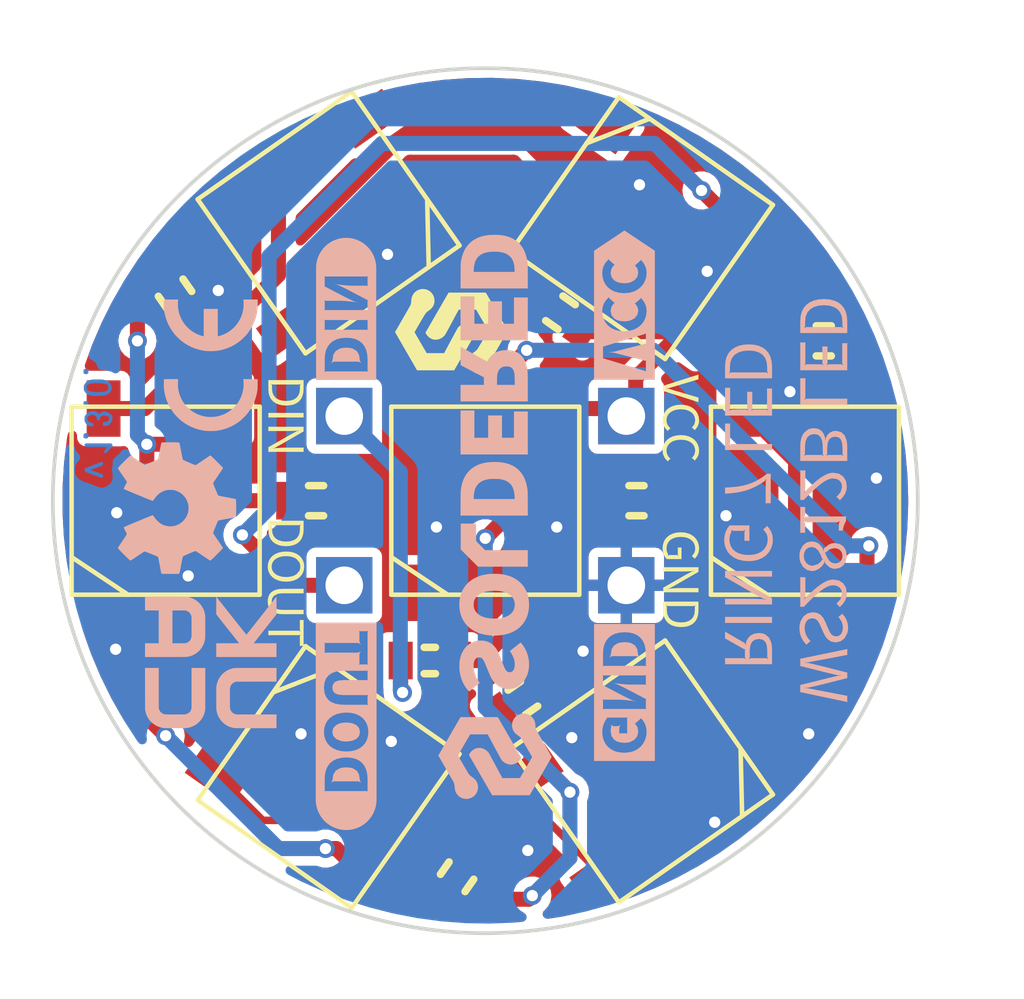
<source format=kicad_pcb>
(kicad_pcb (version 20211014) (generator pcbnew)
  (title_block (title "Smart LED WS2812B Ring7") (date "2023-10-10") (rev "V1.3.0.") (company "SOLDERED") (comment 1 "333055"))
  (layers (0 "F.Cu" signal) (31 "B.Cu" signal) (34 "B.Paste" user) (35 "F.Paste" user) (36 "B.SilkS" user "B.Silkscreen") (37 "F.SilkS" user "F.Silkscreen") (38 "B.Mask" user) (39 "F.Mask" user) (44 "Edge.Cuts" user))
  (net 0 "")
  (net 1 "VCC")
  (net 2 "GND")
  (net 3 "Net-(LED1-Pad2)")
  (net 4 "Net-(LED2-Pad2)")
  (net 5 "Net-(LED3-Pad2)")
  (net 6 "Net-(LED4-Pad2)")
  (net 7 "Net-(LED5-Pad2)")
  (net 8 "Net-(LED6-Pad2)")
  (net 9 "Net-(LED7-Pad2)")
  (net 10 "Net-(LED1-Pad4)")
  (net 11 "Net-(PAD2-Pad1)")
  (footprint "Soldered Graphics:Logo-Back-OSH-3.5mm" (layer "F.Cu") (at 103.3 108.7 -90)
    (fp_text reference "G***" hide)
    (fp_text value "LOGO" hide)
  )
  (footprint "e-radionica.com footprinti:WS2812B LED" (layer "F.Cu") (at 115.666666 101.25 145)
    (fp_text reference "LED7")
    (fp_text value "WS2812B")
    (pad "1" smd rect (at -2.45 -1.65 145) (size 1.5 0.9) (layers "F.Cu" "F.Paste" "F.Mask") (net 1 "VCC"))
    (pad "2" smd rect (at -2.45 1.65 145) (size 1.5 0.9) (layers "F.Cu" "F.Paste" "F.Mask") (net 9 "Net-(LED7-Pad2)"))
    (pad "3" smd rect (at 2.45 1.65 145) (size 1.5 0.9) (layers "F.Cu" "F.Paste" "F.Mask") (net 2 "GND"))
    (pad "4" smd rect (at 2.45 -1.65 145) (size 1.5 0.9) (layers "F.Cu" "F.Paste" "F.Mask") (net 8 "Net-(LED6-Pad2)"))
  )
  (footprint "e-radionica.com footprinti:0603C" (layer "F.Cu") (at 107 108.5)
    (fp_text reference "C5")
    (fp_text value "100n")
    (pad "1" smd rect locked (at -0.73 0) (size 0.66 1) (layers "F.Cu" "F.Paste" "F.Mask") (net 1 "VCC"))
    (pad "2" smd rect locked (at 0.73 0) (size 0.66 1) (layers "F.Cu" "F.Paste" "F.Mask") (net 2 "GND"))
  )
  (footprint "Soldered Graphics:Logo-Back-CE-3.5mm" (layer "F.Cu") (at 104.2 104.9 -90)
    (fp_text reference "REF**" hide)
    (fp_text value "Logo-Back-CE-3.5mm" hide)
  )
  (footprint "e-radionica.com footprinti:0603C" (layer "F.Cu") (at 103.25 103 -55)
    (fp_text reference "C6")
    (fp_text value "100n")
    (pad "1" smd rect locked (at -0.73 0 305) (size 0.66 1) (layers "F.Cu" "F.Paste" "F.Mask") (net 1 "VCC"))
    (pad "2" smd rect locked (at 0.73 0 305) (size 0.66 1) (layers "F.Cu" "F.Paste" "F.Mask") (net 2 "GND"))
  )
  (footprint "e-radionica.com footprinti:WS2812B LED" (layer "F.Cu") (at 115.66666 115.7 35)
    (fp_text reference "LED3")
    (fp_text value "WS2812B")
    (pad "1" smd rect (at -2.45 -1.65 35) (size 1.5 0.9) (layers "F.Cu" "F.Paste" "F.Mask") (net 1 "VCC"))
    (pad "2" smd rect (at -2.45 1.65 35) (size 1.5 0.9) (layers "F.Cu" "F.Paste" "F.Mask") (net 5 "Net-(LED3-Pad2)"))
    (pad "3" smd rect (at 2.45 1.65 35) (size 1.5 0.9) (layers "F.Cu" "F.Paste" "F.Mask") (net 2 "GND"))
    (pad "4" smd rect (at 2.45 -1.65 35) (size 1.5 0.9) (layers "F.Cu" "F.Paste" "F.Mask") (net 4 "Net-(LED2-Pad2)"))
  )
  (footprint "e-radionica.com footprinti:0603C" (layer "F.Cu") (at 120.5 104.25 180)
    (fp_text reference "C2")
    (fp_text value "100n")
    (pad "1" smd rect locked (at -0.73 0 180) (size 0.66 1) (layers "F.Cu" "F.Paste" "F.Mask") (net 1 "VCC"))
    (pad "2" smd rect locked (at 0.73 0 180) (size 0.66 1) (layers "F.Cu" "F.Paste" "F.Mask") (net 2 "GND"))
  )
  (footprint "e-radionica.com footprinti:FIDUCIAL_23" (layer "F.Cu") (at 115.66666 115.7 -90)
    (fp_text reference "FD1")
    (fp_text value "FIDUCIAL")
    (fp_circle (center 0 0) (end 1 0) (layer "F.Cu") (width 0.2) (fill none))
    (pad "1" smd circle (at 0 0 270) (size 1 1) (layers "F.Cu" "F.Paste" "F.Mask") (clearance 1.1))
  )
  (footprint "e-radionica.com footprinti:PAD_2x1.5" (layer "F.Cu") (at 115.5 110.75 -90)
    (fp_text reference "PAD4")
    (fp_text value "PAD_2x1.5")
    (pad "1" smd rect (at 0 0.25 270) (size 1.5 1.5) (layers "F.Cu" "F.Mask") (net 2 "GND"))
  )
  (footprint "e-radionica.com footprinti:WS2812B LED" (layer "F.Cu") (at 120 108.5 -90)
    (fp_text reference "LED2")
    (fp_text value "WS2812B")
    (pad "1" smd rect (at -2.45 -1.65 270) (size 1.5 0.9) (layers "F.Cu" "F.Paste" "F.Mask") (net 1 "VCC"))
    (pad "2" smd rect (at -2.45 1.65 270) (size 1.5 0.9) (layers "F.Cu" "F.Paste" "F.Mask") (net 4 "Net-(LED2-Pad2)"))
    (pad "3" smd rect (at 2.45 1.65 270) (size 1.5 0.9) (layers "F.Cu" "F.Paste" "F.Mask") (net 2 "GND"))
    (pad "4" smd rect (at 2.45 -1.65 270) (size 1.5 0.9) (layers "F.Cu" "F.Paste" "F.Mask") (net 3 "Net-(LED1-Pad2)"))
  )
  (footprint "e-radionica.com footprinti:PAD_2x1.5" (layer "F.Cu") (at 107.5 110.75 -90)
    (fp_text reference "PAD5")
    (fp_text value "PAD_2x1.5")
    (pad "1" smd rect (at 0 -0.25 270) (size 1.5 1.5) (layers "F.Cu" "F.Mask") (net 9 "Net-(LED7-Pad2)"))
  )
  (footprint "kibuzzard-651575FD" (layer "F.Cu") (at 116.7 106.3 -90)
    (fp_text reference "kibuzzard-651575FD" hide)
    (fp_text value "G***" hide)
  )
  (footprint "e-radionica.com footprinti:PAD_2x1.5" (layer "F.Cu") (at 107.5 106.25 -90)
    (fp_text reference "PAD2")
    (fp_text value "PAD_2x1.5")
    (pad "1" smd rect (at 0 -0.25 270) (size 1.5 1.5) (layers "F.Cu" "F.Mask") (net 11 "Net-(PAD2-Pad1)"))
  )
  (footprint "e-radionica.com footprinti:0603C" (layer "F.Cu") (at 110.75 118.5 55)
    (fp_text reference "C4")
    (fp_text value "100n")
    (pad "1" smd rect locked (at -0.73 0 55) (size 0.66 1) (layers "F.Cu" "F.Paste" "F.Mask") (net 1 "VCC"))
    (pad "2" smd rect locked (at 0.73 0 55) (size 0.66 1) (layers "F.Cu" "F.Paste" "F.Mask") (net 2 "GND"))
  )
  (footprint "Soldered Graphics:Logo-Back-UKCA-3.5mm" (layer "F.Cu") (at 104.2 112.8 -90)
    (fp_text reference "REF**" hide)
    (fp_text value "Logo-Back-UKCA-3.5mm" hide)
  )
  (footprint "e-radionica.com footprinti:WS2812B LED" (layer "F.Cu") (at 111.5 108.5 -90)
    (fp_text reference "LED1")
    (fp_text value "WS2812B")
    (pad "1" smd rect (at -2.45 -1.65 270) (size 1.5 0.9) (layers "F.Cu" "F.Paste" "F.Mask") (net 1 "VCC"))
    (pad "2" smd rect (at -2.45 1.65 270) (size 1.5 0.9) (layers "F.Cu" "F.Paste" "F.Mask") (net 3 "Net-(LED1-Pad2)"))
    (pad "3" smd rect (at 2.45 1.65 270) (size 1.5 0.9) (layers "F.Cu" "F.Paste" "F.Mask") (net 2 "GND"))
    (pad "4" smd rect (at 2.45 -1.65 270) (size 1.5 0.9) (layers "F.Cu" "F.Paste" "F.Mask") (net 10 "Net-(LED1-Pad4)"))
  )
  (footprint "e-radionica.com footprinti:0603C" (layer "F.Cu") (at 112.5 113.75 35)
    (fp_text reference "C3")
    (fp_text value "100n")
    (pad "1" smd rect locked (at -0.73 0 35) (size 0.66 1) (layers "F.Cu" "F.Paste" "F.Mask") (net 1 "VCC"))
    (pad "2" smd rect locked (at 0.73 0 35) (size 0.66 1) (layers "F.Cu" "F.Paste" "F.Mask") (net 2 "GND"))
  )
  (footprint "e-radionica.com footprinti:0603C" (layer "F.Cu") (at 113.5 103.5 145)
    (fp_text reference "C7")
    (fp_text value "100n")
    (pad "1" smd rect locked (at -0.73 0 145) (size 0.66 1) (layers "F.Cu" "F.Paste" "F.Mask") (net 1 "VCC"))
    (pad "2" smd rect locked (at 0.73 0 145) (size 0.66 1) (layers "F.Cu" "F.Paste" "F.Mask") (net 2 "GND"))
  )
  (footprint "e-radionica.com footprinti:0603C" (layer "F.Cu") (at 115.52 108.5)
    (fp_text reference "C1")
    (fp_text value "100n")
    (pad "1" smd rect locked (at -0.73 0) (size 0.66 1) (layers "F.Cu" "F.Paste" "F.Mask") (net 1 "VCC"))
    (pad "2" smd rect locked (at 0.73 0) (size 0.66 1) (layers "F.Cu" "F.Paste" "F.Mask") (net 2 "GND"))
  )
  (footprint "kibuzzard-651575D0" (layer "F.Cu") (at 106.2 110.7 -90)
    (fp_text reference "kibuzzard-651575D0" hide)
    (fp_text value "G***" hide)
  )
  (footprint "e-radionica.com footprinti:WS2812B LED" (layer "F.Cu") (at 107.33333 101.1 35)
    (fp_text reference "LED6")
    (fp_text value "WS2812B")
    (pad "1" smd rect (at -2.45 -1.65 35) (size 1.5 0.9) (layers "F.Cu" "F.Paste" "F.Mask") (net 1 "VCC"))
    (pad "2" smd rect (at -2.45 1.65 35) (size 1.5 0.9) (layers "F.Cu" "F.Paste" "F.Mask") (net 8 "Net-(LED6-Pad2)"))
    (pad "3" smd rect (at 2.45 1.65 35) (size 1.5 0.9) (layers "F.Cu" "F.Paste" "F.Mask") (net 2 "GND"))
    (pad "4" smd rect (at 2.45 -1.65 35) (size 1.5 0.9) (layers "F.Cu" "F.Paste" "F.Mask") (net 7 "Net-(LED5-Pad2)"))
  )
  (footprint "e-radionica.com footprinti:0603R" (layer "F.Cu") (at 110.025 112.75 180)
    (fp_text reference "R1")
    (fp_text value "100")
    (pad "1" smd rect locked (at -0.775 0 270) (size 1 0.64) (layers "F.Cu" "F.Paste" "F.Mask") (net 10 "Net-(LED1-Pad4)"))
    (pad "2" smd rect locked (at 0.775 0 270) (size 1 0.64) (layers "F.Cu" "F.Paste" "F.Mask") (net 11 "Net-(PAD2-Pad1)"))
  )
  (footprint "Soldered Graphics:Logo-Front-Soldered-3mm" (layer "F.Cu") (at 110.6 104 -90)
    (fp_text reference "G***" hide)
    (fp_text value "LOGO" hide)
  )
  (footprint "kibuzzard-651575F3" (layer "F.Cu") (at 116.7 110.6 -90)
    (fp_text reference "kibuzzard-651575F3" hide)
    (fp_text value "G***" hide)
  )
  (footprint "e-radionica.com footprinti:WS2812B LED" (layer "F.Cu") (at 103 108.5 -90)
    (fp_text reference "LED5")
    (fp_text value "WS2812B")
    (pad "1" smd rect (at -2.45 -1.65 270) (size 1.5 0.9) (layers "F.Cu" "F.Paste" "F.Mask") (net 1 "VCC"))
    (pad "2" smd rect (at -2.45 1.65 270) (size 1.5 0.9) (layers "F.Cu" "F.Paste" "F.Mask") (net 7 "Net-(LED5-Pad2)"))
    (pad "3" smd rect (at 2.45 1.65 270) (size 1.5 0.9) (layers "F.Cu" "F.Paste" "F.Mask") (net 2 "GND"))
    (pad "4" smd rect (at 2.45 -1.65 270) (size 1.5 0.9) (layers "F.Cu" "F.Paste" "F.Mask") (net 6 "Net-(LED4-Pad2)"))
  )
  (footprint "Soldered Graphics:Logo-Back-SolderedFULL-15mm" (layer "F.Cu") (at 111.76 108.93 -90)
    (fp_text reference "REF**" hide)
    (fp_text value "Logo-Front-SolderedFULL-15mm" hide)
  )
  (footprint "e-radionica.com footprinti:PAD_2x1.5" (layer "F.Cu") (at 115.5 106.25 -90)
    (fp_text reference "PAD3")
    (fp_text value "PAD_2x1.5")
    (pad "1" smd rect (at 0 0.25 270) (size 1.5 1.5) (layers "F.Cu" "F.Mask") (net 1 "VCC"))
  )
  (footprint "kibuzzard-651575E0" (layer "F.Cu") (at 106.2 106.25 -90)
    (fp_text reference "kibuzzard-651575E0" hide)
    (fp_text value "G***" hide)
  )
  (footprint "e-radionica.com footprinti:WS2812B LED" (layer "F.Cu") (at 107.333333 115.85 145)
    (fp_text reference "LED4")
    (fp_text value "WS2812B")
    (pad "1" smd rect (at -2.45 -1.65 145) (size 1.5 0.9) (layers "F.Cu" "F.Paste" "F.Mask") (net 1 "VCC"))
    (pad "2" smd rect (at -2.45 1.65 145) (size 1.5 0.9) (layers "F.Cu" "F.Paste" "F.Mask") (net 6 "Net-(LED4-Pad2)"))
    (pad "3" smd rect (at 2.45 1.65 145) (size 1.5 0.9) (layers "F.Cu" "F.Paste" "F.Mask") (net 2 "GND"))
    (pad "4" smd rect (at 2.45 -1.65 145) (size 1.5 0.9) (layers "F.Cu" "F.Paste" "F.Mask") (net 5 "Net-(LED3-Pad2)"))
  )
  (footprint "e-radionica.com footprinti:PAD_2x1.5" (layer "B.Cu") (at 115.5 110.75 90)
    (fp_text reference "PAD1")
    (fp_text value "PAD_2x1.5")
    (pad "1" smd rect (at 0 -0.25 90) (size 1.5 1.5) (layers "B.Cu" "B.Mask") (net 2 "GND"))
  )
  (footprint "e-radionica.com footprinti:PAD_2x1.5" (layer "B.Cu") (at 107.75 106.25 90)
    (fp_text reference "PAD7")
    (fp_text value "PAD_2x1.5")
    (pad "1" smd rect (at 0 0 90) (size 1.5 1.5) (layers "B.Cu" "B.Mask") (net 11 "Net-(PAD2-Pad1)"))
  )
  (footprint "e-radionica.com footprinti:PAD_2x1.5" (layer "B.Cu") (at 107.5 110.75 90)
    (fp_text reference "PAD8")
    (fp_text value "PAD_2x1.5")
    (pad "1" smd rect (at 0 0.25 90) (size 1.5 1.5) (layers "B.Cu" "B.Mask") (net 9 "Net-(LED7-Pad2)"))
  )
  (footprint "kibuzzard-6515768A" (layer "B.Cu") (at 118.5 108.6 90)
    (fp_text reference "kibuzzard-6515768A" hide)
    (fp_text value "G***" hide)
  )
  (footprint "kibuzzard-65157813" (layer "B.Cu") (at 115.2 103.3 90)
    (fp_text reference "kibuzzard-65157813" hide)
    (fp_text value "G***" hide)
  )
  (footprint "kibuzzard-65157826" (layer "B.Cu") (at 107.8 103.4 90)
    (fp_text reference "kibuzzard-65157826" hide)
    (fp_text value "G***" hide)
  )
  (footprint "kibuzzard-65157840" (layer "B.Cu") (at 107.8 114.5 90)
    (fp_text reference "kibuzzard-65157840" hide)
    (fp_text value "G***" hide)
  )
  (footprint "kibuzzard-65157673" (layer "B.Cu") (at 120.5 108.5 90)
    (fp_text reference "kibuzzard-65157673" hide)
    (fp_text value "G***" hide)
  )
  (footprint "kibuzzard-65157800" (layer "B.Cu") (at 115.2 113.6 90)
    (fp_text reference "kibuzzard-65157800" hide)
    (fp_text value "G***" hide)
  )
  (footprint "e-radionica.com footprinti:PAD_2x1.5" (layer "B.Cu") (at 115.5 106.25 90)
    (fp_text reference "PAD6")
    (fp_text value "PAD_2x1.5")
    (pad "1" smd rect (at 0 -0.25 90) (size 1.5 1.5) (layers "B.Cu" "B.Mask") (net 1 "VCC"))
  )
  (footprint "Soldered Graphics:Version1.3.0." (layer "B.Cu") (at 101.2 106.4 90)
    (fp_text reference "REF**" hide)
    (fp_text value "Version1.3.0." hide)
    (fp_poly (pts (xy -0.65 -0.35) (xy -0.6 -0.35) (xy -0.58 -0.31) (xy -0.58 0.35) (xy -0.61 0.38) (xy -0.67 0.38) (xy -0.7 0.34) (xy -0.82 0.22) (xy -0.83 0.17) (xy -0.8 0.16) (xy -0.71 0.22) (xy -0.67 0.23) (xy -0.67 -0.31) (xy -0.65 -0.35)) (layer "B.Cu") (width 0.01) (fill solid))
    (fp_poly (pts (xy -0.42 -0.38) (xy -0.37 -0.38) (xy -0.32 -0.37) (xy -0.31 -0.33) (xy -0.31 -0.27) (xy -0.36 -0.26) (xy -0.41 -0.26) (xy -0.44 -0.29) (xy -0.44 -0.34) (xy -0.42 -0.38)) (layer "B.Cu") (width 0.01) (fill solid))
    (fp_poly (pts (xy 1.29 -0.38) (xy 1.34 -0.38) (xy 1.39 -0.37) (xy 1.4 -0.33) (xy 1.4 -0.27) (xy 1.36 -0.26) (xy 1.3 -0.26) (xy 1.27 -0.29) (xy 1.27 -0.34) (xy 1.29 -0.38)) (layer "B.Cu") (width 0.01) (fill solid))
    (fp_poly (pts (xy 0.43 -0.38) (xy 0.48 -0.38) (xy 0.54 -0.37) (xy 0.54 -0.33) (xy 0.54 -0.27) (xy 0.5 -0.26) (xy 0.45 -0.26) (xy 0.42 -0.29) (xy 0.42 -0.34) (xy 0.43 -0.38)) (layer "B.Cu") (width 0.01) (fill solid))
    (fp_poly (pts (xy 0.89 -0.37) (xy 0.95 -0.37) (xy 1 -0.35) (xy 0.97 -0.3) (xy 0.87 -0.3) (xy 0.83 -0.27) (xy 0.81 -0.22) (xy 0.79 -0.17) (xy 0.79 -0.13) (xy 0.78 -0.01) (xy 0.79 0.11) (xy 0.79 0.15) (xy 0.8 0.2) (xy 0.83 0.25) (xy 0.86 0.28) (xy 0.97 0.28) (xy 1 0.24) (xy 1.01 0.19) (xy 1.02 0.13) (xy 1.03 0.03) (xy 1.03 -0.1) (xy 1.02 -0.14) (xy 1.02 -0.19) (xy 1 -0.24) (xy 0.98 -0.29) (xy 0.97 -0.3) (xy 1.01 -0.34) (xy 1.05 -0.31) (xy 1.08 -0.28) (xy 1.1 -0.24) (xy 1.11 -0.18) (xy 1.12 -0.13) (xy 1.12 -0.08) (xy 1.12 0.04) (xy 1.12 0.1) (xy 1.11 0.15) (xy 1.1 0.2) (xy 1.09 0.25) (xy 1.06 0.28) (xy 1.02 0.32) (xy 0.97 0.35) (xy 0.91 0.36) (xy 0.86 0.36) (xy 0.8 0.33) (xy 0.76 0.29) (xy 0.74 0.26) (xy 0.71 0.21) (xy 0.7 0.16) (xy 0.7 0.11) (xy 0.69 0.06) (xy 0.69 -0.06) (xy 0.69 -0.12) (xy 0.7 -0.16) (xy 0.71 -0.22) (xy 0.73 -0.27) (xy 0.75 -0.3) (xy 0.79 -0.34) (xy 0.85 -0.37) (xy 0.89 -0.37)) (layer "B.Cu") (width 0.01) (fill solid))
    (fp_poly (pts (xy 0.02 -0.35) (xy 0.13 -0.35) (xy 0.18 -0.32) (xy 0.23 -0.28) (xy 0.25 -0.25) (xy 0.27 -0.2) (xy 0.28 -0.15) (xy 0.28 -0.09) (xy 0.26 -0.04) (xy 0.23 0) (xy 0.2 0.04) (xy 0.24 0.08) (xy 0.26 0.13) (xy 0.27 0.18) (xy 0.26 0.23) (xy 0.24 0.27) (xy 0.21 0.32) (xy 0.17 0.37) (xy 0.12 0.38) (xy 0.06 0.38) (xy 0.01 0.36) (xy -0.04 0.33) (xy -0.08 0.3) (xy -0.1 0.25) (xy -0.11 0.2) (xy -0.11 0.15) (xy -0.06 0.13) (xy -0.02 0.15) (xy -0.01 0.2) (xy 0 0.25) (xy 0.04 0.3) (xy 0.09 0.3) (xy 0.14 0.28) (xy 0.16 0.23) (xy 0.17 0.18) (xy 0.17 0.14) (xy 0.15 0.09) (xy 0.11 0.05) (xy 0.05 0.05) (xy 0.04 0) (xy 0.08 -0.03) (xy 0.13 -0.03) (xy 0.17 -0.08) (xy 0.19 -0.13) (xy 0.19 -0.17) (xy 0.17 -0.22) (xy 0.14 -0.27) (xy 0.09 -0.28) (xy 0.03 -0.28) (xy -0.01 -0.23) (xy -0.03 -0.18) (xy -0.04 -0.13) (xy -0.09 -0.12) (xy -0.12 -0.15) (xy -0.12 -0.2) (xy -0.1 -0.25) (xy -0.08 -0.29) (xy -0.04 -0.32) (xy 0.02 -0.35)) (layer "B.Cu") (width 0.01) (fill solid))
    (fp_poly (pts (xy -1.31 -0.35) (xy -1.25 -0.35) (xy -1.23 -0.31) (xy -1.07 0.1) (xy -1.09 0.13) (xy -1.14 0.13) (xy -1.17 0.1) (xy -1.26 -0.16) (xy -1.28 -0.21) (xy -1.3 -0.17) (xy -1.39 0.09) (xy -1.42 0.13) (xy -1.47 0.13) (xy -1.49 0.1) (xy -1.34 -0.31) (xy -1.31 -0.35)) (layer "B.Cu") (width 0.01) (fill solid))
  )
  (gr_circle (center 111.5 108.5) (end 111.5 120) (layer "Edge.Cuts") (width 0.1) (fill none))
  (segment (start 114.79 108.5) (end 114.25 108.5) (width 0.4) (layer "F.Cu") (net 1))
  (segment (start 112.713336 115.753661) (end 112.713336 114.980028) (width 0.4) (layer "F.Cu") (net 1))
  (segment (start 108.393854 118.606863) (end 109.840171 118.606863) (width 0.4) (layer "F.Cu") (net 1))
  (segment (start 121.65 104.67) (end 121.23 104.25) (width 0.4) (layer "F.Cu") (net 1))
  (segment (start 102.25 102.983308) (end 102.25 104.25) (width 0.4) (layer "F.Cu") (net 1))
  (segment (start 120.5 102.75) (end 121.23 103.48) (width 0.4) (layer "F.Cu") (net 1))
  (segment (start 110.331289 119.097981) (end 112.652019 119.097981) (width 0.4) (layer "F.Cu") (net 1))
  (segment (start 109.840171 118.606863) (end 110.331289 119.097981) (width 0.4) (layer "F.Cu") (net 1))
  (segment (start 114.125 108.375) (end 113.15 107.4) (width 0.4) (layer "F.Cu") (net 1))
  (segment (start 115.3 106.05) (end 115.5 106.25) (width 0.4) (layer "F.Cu") (net 1))
  (segment (start 115.5 106.25) (end 115.5 105.23405) (width 0.4) (layer "F.Cu") (net 1))
  (segment (start 102.5 107) (end 103.7 107) (width 0.4) (layer "F.Cu") (net 1))
  (segment (start 119.25 102.75) (end 120.5 102.75) (width 0.4) (layer "F.Cu") (net 1))
  (segment (start 121.23 103.48) (end 121.23 104.25) (width 0.4) (layer "F.Cu") (net 1))
  (segment (start 112.625 108.375) (end 111.5 109.5) (width 0.4) (layer "F.Cu") (net 1))
  (segment (start 114.125 108.375) (end 112.625 108.375) (width 0.4) (layer "F.Cu") (net 1))
  (segment (start 104.380006 101.153661) (end 104.079647 101.153661) (width 0.4) (layer "F.Cu") (net 1))
  (segment (start 114.186133 104.006863) (end 114.097981 103.918711) (width 0.4) (layer "F.Cu") (net 1))
  (segment (start 113.253661 115.753661) (end 113.75 116.25) (width 0.4) (layer "F.Cu") (net 1))
  (segment (start 103.7 107) (end 104.65 106.05) (width 0.4) (layer "F.Cu") (net 1))
  (segment (start 112.713336 115.753661) (end 113.253661 115.753661) (width 0.4) (layer "F.Cu") (net 1))
  (segment (start 102.831289 102.402019) (end 102.25 102.983308) (width 0.4) (layer "F.Cu") (net 1))
  (segment (start 121.65 106.05) (end 121.65 104.67) (width 0.4) (layer "F.Cu") (net 1))
  (segment (start 114.25 108.5) (end 114.125 108.375) (width 0.4) (layer "F.Cu") (net 1))
  (segment (start 117.993137 104.006863) (end 119.25 102.75) (width 0.4) (layer "F.Cu") (net 1))
  (segment (start 105 108.5) (end 106.27 108.5) (width 0.4) (layer "F.Cu") (net 1))
  (segment (start 113.15 107.4) (end 113.15 106.05) (width 0.4) (layer "F.Cu") (net 1))
  (segment (start 104.079647 101.153661) (end 102.831289 102.402019) (width 0.4) (layer "F.Cu") (net 1))
  (segment (start 116.727187 104.006863) (end 117.993137 104.006863) (width 0.4) (layer "F.Cu") (net 1))
  (segment (start 102.5 107) (end 102.5 114.25) (width 0.4) (layer "F.Cu") (net 1))
  (segment (start 107.536991 117.75) (end 108.393854 118.606863) (width 0.4) (layer "F.Cu") (net 1))
  (segment (start 104.65 106.05) (end 104.65 108.15) (width 0.4) (layer "F.Cu") (net 1))
  (segment (start 107.25 117.75) (end 107.536991 117.75) (width 0.4) (layer "F.Cu") (net 1))
  (segment (start 102.5 114.25) (end 103 114.75) (width 0.4) (layer "F.Cu") (net 1))
  (segment (start 112.652019 119.097981) (end 112.75 119) (width 0.4) (layer "F.Cu") (net 1))
  (segment (start 115.5 105.23405) (end 116.727187 104.006863) (width 0.4) (layer "F.Cu") (net 1))
  (segment (start 116.727187 104.006863) (end 114.186133 104.006863) (width 0.4) (layer "F.Cu") (net 1))
  (segment (start 113.15 106.05) (end 115.3 106.05) (width 0.4) (layer "F.Cu") (net 1))
  (segment (start 112.713336 114.980028) (end 111.902019 114.168711) (width 0.4) (layer "F.Cu") (net 1))
  (segment (start 104.65 108.15) (end 105 108.5) (width 0.4) (layer "F.Cu") (net 1))
  (via (at 103 114.75) (size 0.5) (drill 0.3) (layers "F.Cu" "B.Cu") (net 1))
  (via (at 102.5 107) (size 0.5) (drill 0.3) (layers "F.Cu" "B.Cu") (net 1))
  (via (at 102.25 104.25) (size 0.5) (drill 0.3) (layers "F.Cu" "B.Cu") (net 1))
  (via (at 111.5 109.5) (size 0.5) (drill 0.3) (layers "F.Cu" "B.Cu") (net 1))
  (via (at 107.25 117.75) (size 0.5) (drill 0.3) (layers "F.Cu" "B.Cu") (net 1))
  (via (at 113.75 116.25) (size 0.5) (drill 0.3) (layers "F.Cu" "B.Cu") (net 1))
  (via (at 112.75 119) (size 0.5) (drill 0.3) (layers "F.Cu" "B.Cu") (net 1))
  (via (at 115.25 106.25) (size 1.3) (drill 1) (layers "F.Cu" "B.Cu") (net 1))
  (segment (start 103 114.75) (end 106 117.75) (width 0.4) (layer "B.Cu") (net 1))
  (segment (start 102.25 104.25) (end 102.25 106.75) (width 0.4) (layer "B.Cu") (net 1))
  (segment (start 106 117.75) (end 107.25 117.75) (width 0.4) (layer "B.Cu") (net 1))
  (segment (start 111.5 109.5) (end 111.5 114) (width 0.4) (layer "B.Cu") (net 1))
  (segment (start 112.75 119) (end 113.75 118) (width 0.4) (layer "B.Cu") (net 1))
  (segment (start 102.25 106.75) (end 102.5 107) (width 0.4) (layer "B.Cu") (net 1))
  (segment (start 111.5 114) (end 113.75 116.25) (width 0.4) (layer "B.Cu") (net 1))
  (segment (start 113.75 118) (end 113.75 116.25) (width 0.4) (layer "B.Cu") (net 1))
  (via (at 108.9 101.95) (size 0.5) (drill 0.3) (layers "F.Cu" "B.Cu") (net 2))
  (via (at 115.6 100.1) (size 0.5) (drill 0.3) (layers "F.Cu" "B.Cu") (net 2))
  (via (at 113.4 109.2) (size 0.5) (drill 0.3) (layers "F.Cu" "B.Cu") (net 2))
  (via (at 101.67 112.45) (size 0.5) (drill 0.3) (layers "F.Cu" "B.Cu") (net 2))
  (via (at 117.4 102.4) (size 0.5) (drill 0.3) (layers "F.Cu" "B.Cu") (net 2))
  (via (at 117.6 117.05) (size 0.5) (drill 0.3) (layers "F.Cu" "B.Cu") (net 2))
  (via (at 109 114.9) (size 0.5) (drill 0.3) (layers "F.Cu" "B.Cu") (net 2))
  (via (at 104.4 102.91) (size 0.5) (drill 0.3) (layers "F.Cu" "B.Cu") (net 2))
  (via (at 119.6 105.6) (size 0.5) (drill 0.3) (layers "F.Cu" "B.Cu") (net 2))
  (via (at 101.7 108.82) (size 0.5) (drill 0.3) (layers "F.Cu" "B.Cu") (net 2))
  (via (at 113.8 114.8) (size 0.5) (drill 0.3) (layers "F.Cu" "B.Cu") (net 2))
  (via (at 120.1 114.7) (size 0.5) (drill 0.3) (layers "F.Cu" "B.Cu") (net 2))
  (via (at 117.9 108.9) (size 0.5) (drill 0.3) (layers "F.Cu" "B.Cu") (net 2))
  (via (at 106.6 114.7) (size 0.5) (drill 0.3) (layers "F.Cu" "B.Cu") (net 2))
  (via (at 110.2 109.2) (size 0.5) (drill 0.3) (layers "F.Cu" "B.Cu") (net 2))
  (via (at 114.1 112.5) (size 0.5) (drill 0.3) (layers "F.Cu" "B.Cu") (net 2))
  (via (at 103.6 110.5) (size 0.5) (drill 0.3) (layers "F.Cu" "B.Cu") (net 2))
  (via (at 115.25 110.75) (size 1.3) (drill 1) (layers "F.Cu" "B.Cu") (net 2))
  (via (at 112.63 117.8) (size 0.5) (drill 0.3) (layers "F.Cu" "B.Cu") (net 2))
  (via (at 121.9 107.9) (size 0.5) (drill 0.3) (layers "F.Cu" "B.Cu") (net 2))
  (segment (start 121.65 109.75) (end 121.65 110.95) (width 0.4) (layer "F.Cu") (net 3))
  (segment (start 121.7 109.7) (end 121.65 109.75) (width 0.4) (layer "F.Cu") (net 3))
  (segment (start 111.05 106.05) (end 109.85 106.05) (width 0.4) (layer "F.Cu") (net 3))
  (segment (start 112.6 104.5) (end 111.05 106.05) (width 0.4) (layer "F.Cu") (net 3))
  (via (at 112.6 104.5) (size 0.5) (drill 0.3) (layers "F.Cu" "B.Cu") (net 3))
  (via (at 121.7 109.7) (size 0.5) (drill 0.3) (layers "F.Cu" "B.Cu") (net 3))
  (segment (start 112.6 104.5) (end 115.96912 104.5) (width 0.4) (layer "B.Cu") (net 3))
  (segment (start 115.96912 104.5) (end 121.16912 109.7) (width 0.4) (layer "B.Cu") (net 3))
  (segment (start 121.16912 109.7) (end 121.7 109.7) (width 0.4) (layer "B.Cu") (net 3))
  (segment (start 116.727181 112.943137) (end 119.306863 112.943137) (width 0.4) (layer "F.Cu") (net 4))
  (segment (start 119.75 107.45) (end 118.35 106.05) (width 0.4) (layer "F.Cu") (net 4))
  (segment (start 119.75 112.5) (end 119.75 107.45) (width 0.4) (layer "F.Cu") (net 4))
  (segment (start 119.306863 112.943137) (end 119.75 112.5) (width 0.4) (layer "F.Cu") (net 4))
  (segment (start 105.58367 117) (end 108.5 117) (width 0.2) (layer "F.Cu") (net 5))
  (segment (start 108.501982 117.001982) (end 113.151258 117.001982) (width 0.2) (layer "F.Cu") (net 5))
  (segment (start 104.380009 115.796339) (end 105.58367 117) (width 0.2) (layer "F.Cu") (net 5))
  (segment (start 108.5 117) (end 108.501982 117.001982) (width 0.2) (layer "F.Cu") (net 5))
  (segment (start 113.151258 117.001982) (end 114.606139 118.456863) (width 0.2) (layer "F.Cu") (net 5))
  (segment (start 110.190318 116) (end 110.286657 115.903661) (width 0.4) (layer "F.Cu") (net 6))
  (segment (start 104.65 110.95) (end 104.65 113.9) (width 0.4) (layer "F.Cu") (net 6))
  (segment (start 104.65 113.9) (end 106.75 116) (width 0.4) (layer "F.Cu") (net 6))
  (segment (start 106.75 116) (end 110.190318 116) (width 0.4) (layer "F.Cu") (net 6))
  (segment (start 108.393851 98.343137) (end 106 100.736988) (width 0.4) (layer "F.Cu") (net 7))
  (segment (start 102.45 106.05) (end 101.35 106.05) (width 0.4) (layer "F.Cu") (net 7))
  (segment (start 106 100.736988) (end 106 102.5) (width 0.4) (layer "F.Cu") (net 7))
  (segment (start 106 102.5) (end 102.45 106.05) (width 0.4) (layer "F.Cu") (net 7))
  (segment (start 106.272809 103.856863) (end 106.643137 103.856863) (width 0.4) (layer "F.Cu") (net 8))
  (segment (start 107 103.5) (end 107 102) (width 0.4) (layer "F.Cu") (net 8))
  (segment (start 107 102) (end 109.5 99.5) (width 0.4) (layer "F.Cu") (net 8))
  (segment (start 109.5 99.5) (end 112.25 99.5) (width 0.4) (layer "F.Cu") (net 8))
  (segment (start 106.643137 103.856863) (end 107 103.5) (width 0.4) (layer "F.Cu") (net 8))
  (segment (start 112.25 99.5) (end 112.713342 99.963342) (width 0.4) (layer "F.Cu") (net 8))
  (segment (start 112.713342 99.963342) (end 112.713342 101.196339) (width 0.4) (layer "F.Cu") (net 8))
  (segment (start 118.303661 101.303661) (end 117.25 100.25) (width 0.4) (layer "F.Cu") (net 9))
  (segment (start 106.38 110.75) (end 107.5 110.75) (width 0.4) (layer "F.Cu") (net 9))
  (segment (start 105.04 109.41) (end 106.38 110.75) (width 0.4) (layer "F.Cu") (net 9))
  (segment (start 118.61999 101.303661) (end 118.303661 101.303661) (width 0.4) (layer "F.Cu") (net 9))
  (via (at 105.04 109.41) (size 0.5) (drill 0.3) (layers "F.Cu" "B.Cu") (net 9))
  (via (at 117.25 100.25) (size 0.5) (drill 0.3) (layers "F.Cu" "B.Cu") (net 9))
  (via (at 107.75 110.75) (size 1.3) (drill 1) (layers "F.Cu" "B.Cu") (net 9))
  (segment (start 116 99) (end 117.25 100.25) (width 0.4) (layer "B.Cu") (net 9))
  (segment (start 105.75 108.7) (end 105.75 102) (width 0.4) (layer "B.Cu") (net 9))
  (segment (start 108.75 99) (end 116 99) (width 0.4) (layer "B.Cu") (net 9))
  (segment (start 105.04 109.41) (end 105.75 108.7) (width 0.4) (layer "B.Cu") (net 9))
  (segment (start 105.75 102) (end 108.75 99) (width 0.4) (layer "B.Cu") (net 9))
  (segment (start 111.35 112.75) (end 113.15 110.95) (width 0.4) (layer "F.Cu") (net 10))
  (segment (start 110.8 112.75) (end 111.35 112.75) (width 0.4) (layer "F.Cu") (net 10))
  (segment (start 109.3 113.6) (end 109.25 113.55) (width 0.4) (layer "F.Cu") (net 11))
  (segment (start 109.25 113.55) (end 109.25 112.75) (width 0.4) (layer "F.Cu") (net 11))
  (via (at 109.3 113.6) (size 0.5) (drill 0.3) (layers "F.Cu" "B.Cu") (net 11))
  (via (at 107.75 106.25) (size 1.3) (drill 1) (layers "F.Cu" "B.Cu") (net 11))
  (segment (start 109.240489 113.540489) (end 109.240489 107.740489) (width 0.4) (layer "B.Cu") (net 11))
  (segment (start 109.3 113.6) (end 109.240489 113.540489) (width 0.4) (layer "B.Cu") (net 11))
  (segment (start 109.240489 107.740489) (end 107.75 106.25) (width 0.4) (layer "B.Cu") (net 11))
  (zone (net 2) (net_name "GND") (layer "F.Cu") (connect_pads (clearance 0.254)) (min_thickness 0.254) (fill yes (thermal_gap 0.254) (thermal_bridge_width 0.3))
    (polygon (pts (xy 100 120) (xy 100 97) (xy 123 97) (xy 123 120)))
  )
  (zone (net 2) (net_name "GND") (layer "B.Cu") (connect_pads (clearance 0.254)) (min_thickness 0.254) (fill yes (thermal_gap 0.254) (thermal_bridge_width 0.3))
    (polygon (pts (xy 123 120) (xy 100 120) (xy 100 97) (xy 123 97)))
  )
)
</source>
